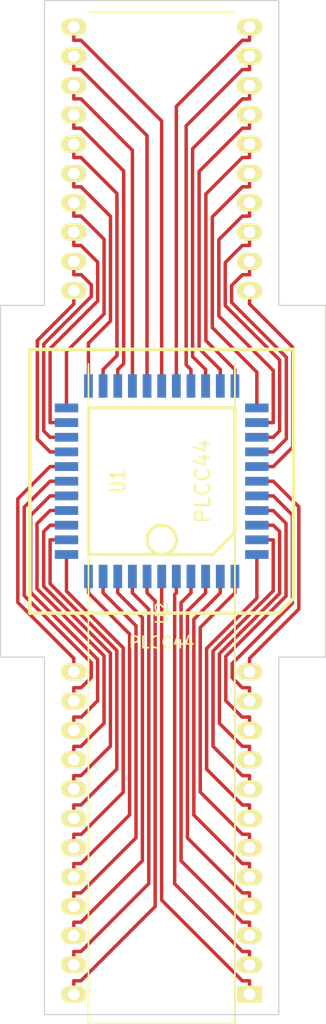
<source format=kicad_pcb>
(kicad_pcb (version 3) (host pcbnew "(2013-mar-13)-testing")

  (general
    (links 44)
    (no_connects 0)
    (area 135.839999 47.193999 164.134001 136.219001)
    (thickness 1.6)
    (drawings 12)
    (tracks 277)
    (zones 0)
    (modules 2)
    (nets 45)
  )

  (page A4)
  (layers
    (15 F.Cu signal)
    (0 B.Cu signal)
    (17 F.Adhes user hide)
    (19 F.Paste user hide)
    (21 F.SilkS user hide)
    (23 F.Mask user)
    (28 Edge.Cuts user)
  )

  (setup
    (last_trace_width 0.3)
    (trace_clearance 0.254)
    (zone_clearance 0.39878)
    (zone_45_only yes)
    (trace_min 0.254)
    (segment_width 0.2)
    (edge_width 0.1)
    (via_size 1.7)
    (via_drill 0.6)
    (via_min_size 0.889)
    (via_min_drill 0.508)
    (uvia_size 0.508)
    (uvia_drill 0.127)
    (uvias_allowed no)
    (uvia_min_size 0.508)
    (uvia_min_drill 0.127)
    (pcb_text_width 0.3)
    (pcb_text_size 1.5 1.5)
    (mod_edge_width 0.15)
    (mod_text_size 1 1)
    (mod_text_width 0.15)
    (pad_size 1.5 2.2)
    (pad_drill 1)
    (pad_to_mask_clearance 0)
    (aux_axis_origin 0 0)
    (visible_elements FFFCF619)
    (pcbplotparams
      (layerselection 268468224)
      (usegerberextensions true)
      (excludeedgelayer true)
      (linewidth 0.150000)
      (plotframeref false)
      (viasonmask false)
      (mode 1)
      (useauxorigin false)
      (hpglpennumber 1)
      (hpglpenspeed 20)
      (hpglpendiameter 15)
      (hpglpenoverlay 2)
      (psnegative false)
      (psa4output false)
      (plotreference true)
      (plotvalue true)
      (plotothertext true)
      (plotinvisibletext false)
      (padsonsilk false)
      (subtractmaskfromsilk false)
      (outputformat 1)
      (mirror false)
      (drillshape 0)
      (scaleselection 1)
      (outputdirectory PLCCDIP_out/))
  )

  (net 0 "")
  (net 1 /1)
  (net 2 /10)
  (net 3 /11)
  (net 4 /12)
  (net 5 /13)
  (net 6 /14)
  (net 7 /15)
  (net 8 /16)
  (net 9 /17)
  (net 10 /18)
  (net 11 /19)
  (net 12 /2)
  (net 13 /20)
  (net 14 /21)
  (net 15 /22)
  (net 16 /23)
  (net 17 /24)
  (net 18 /25)
  (net 19 /26)
  (net 20 /27)
  (net 21 /28)
  (net 22 /29)
  (net 23 /3)
  (net 24 /30)
  (net 25 /31)
  (net 26 /32)
  (net 27 /33)
  (net 28 /34)
  (net 29 /35)
  (net 30 /36)
  (net 31 /37)
  (net 32 /38)
  (net 33 /39)
  (net 34 /4)
  (net 35 /40)
  (net 36 /41)
  (net 37 /42)
  (net 38 /43)
  (net 39 /44)
  (net 40 /5)
  (net 41 /6)
  (net 42 /7)
  (net 43 /8)
  (net 44 /9)

  (net_class Default "This is the default net class."
    (clearance 0.254)
    (trace_width 0.3)
    (via_dia 1.7)
    (via_drill 0.6)
    (uvia_dia 0.508)
    (uvia_drill 0.127)
    (add_net "")
    (add_net /1)
    (add_net /10)
    (add_net /11)
    (add_net /12)
    (add_net /13)
    (add_net /14)
    (add_net /15)
    (add_net /16)
    (add_net /17)
    (add_net /18)
    (add_net /19)
    (add_net /2)
    (add_net /20)
    (add_net /21)
    (add_net /22)
    (add_net /23)
    (add_net /24)
    (add_net /25)
    (add_net /26)
    (add_net /27)
    (add_net /28)
    (add_net /29)
    (add_net /3)
    (add_net /30)
    (add_net /31)
    (add_net /32)
    (add_net /33)
    (add_net /34)
    (add_net /35)
    (add_net /36)
    (add_net /37)
    (add_net /38)
    (add_net /39)
    (add_net /4)
    (add_net /40)
    (add_net /41)
    (add_net /42)
    (add_net /43)
    (add_net /44)
    (add_net /5)
    (add_net /6)
    (add_net /7)
    (add_net /8)
    (add_net /9)
  )

  (module DIP44_600_2 (layer F.Cu) (tedit 525D04E4) (tstamp 525D0822)
    (at 149.86 102.87 180)
    (path /525BF3F1)
    (fp_text reference U2 (at 0 2.54 270) (layer F.SilkS)
      (effects (font (size 1 1) (thickness 0.15)))
    )
    (fp_text value PLCC44 (at 0 0 180) (layer F.SilkS)
      (effects (font (size 1 1) (thickness 0.15)))
    )
    (fp_line (start -6.35 -33.02) (end 6.35 -33.02) (layer F.SilkS) (width 0.15))
    (fp_line (start 6.35 -33.02) (end 6.35 24.13) (layer F.SilkS) (width 0.15))
    (fp_line (start 6.35 54.61) (end -6.35 54.61) (layer F.SilkS) (width 0.15))
    (fp_line (start -6.35 24.13) (end -6.35 -5.08) (layer F.SilkS) (width 0.15))
    (fp_line (start -6.35 -5.08) (end -6.35 -33.02) (layer F.SilkS) (width 0.15))
    (pad 1 thru_hole rect (at -7.62 -30.48 270) (size 1.5 2.2) (drill 1)
      (layers *.Cu *.Mask F.SilkS)
      (net 1 /1)
    )
    (pad 2 thru_hole oval (at -7.62 -27.94 270) (size 1.5 2.2) (drill 1)
      (layers *.Cu *.Mask F.SilkS)
      (net 12 /2)
    )
    (pad 3 thru_hole oval (at -7.62 -25.4 270) (size 1.5 2.2) (drill 1)
      (layers *.Cu *.Mask F.SilkS)
      (net 23 /3)
    )
    (pad 4 thru_hole oval (at -7.62 -22.86 270) (size 1.5 2.2) (drill 1)
      (layers *.Cu *.Mask F.SilkS)
      (net 34 /4)
    )
    (pad 5 thru_hole oval (at -7.62 -20.32 270) (size 1.5 2.2) (drill 1)
      (layers *.Cu *.Mask F.SilkS)
      (net 40 /5)
    )
    (pad 6 thru_hole oval (at -7.62 -17.78 270) (size 1.5 2.2) (drill 1)
      (layers *.Cu *.Mask F.SilkS)
      (net 41 /6)
    )
    (pad 7 thru_hole oval (at -7.62 -15.24 270) (size 1.5 2.2) (drill 1)
      (layers *.Cu *.Mask F.SilkS)
      (net 42 /7)
    )
    (pad 8 thru_hole oval (at -7.62 -12.7 270) (size 1.5 2.2) (drill 1)
      (layers *.Cu *.Mask F.SilkS)
      (net 43 /8)
    )
    (pad 9 thru_hole oval (at -7.62 -10.16 270) (size 1.5 2.2) (drill 1)
      (layers *.Cu *.Mask F.SilkS)
      (net 44 /9)
    )
    (pad 10 thru_hole oval (at -7.62 -7.62 270) (size 1.5 2.2) (drill 1)
      (layers *.Cu *.Mask F.SilkS)
      (net 2 /10)
    )
    (pad 11 thru_hole oval (at -7.62 -5.08 270) (size 1.5 2.2) (drill 1)
      (layers *.Cu *.Mask F.SilkS)
      (net 3 /11)
    )
    (pad 12 thru_hole oval (at -7.62 -2.54 270) (size 1.5 2.2) (drill 1)
      (layers *.Cu *.Mask F.SilkS)
      (net 4 /12)
    )
    (pad 13 thru_hole oval (at -7.62 30.48 270) (size 1.5 2.2) (drill 1)
      (layers *.Cu *.Mask F.SilkS)
      (net 5 /13)
    )
    (pad 14 thru_hole oval (at -7.62 33.02 270) (size 1.5 2.2) (drill 1)
      (layers *.Cu *.Mask F.SilkS)
      (net 6 /14)
    )
    (pad 15 thru_hole oval (at -7.62 35.56 270) (size 1.5 2.2) (drill 1)
      (layers *.Cu *.Mask F.SilkS)
      (net 7 /15)
    )
    (pad 16 thru_hole oval (at -7.62 38.1 270) (size 1.5 2.2) (drill 1)
      (layers *.Cu *.Mask F.SilkS)
      (net 8 /16)
    )
    (pad 17 thru_hole oval (at -7.62 40.64 270) (size 1.5 2.2) (drill 1)
      (layers *.Cu *.Mask F.SilkS)
      (net 9 /17)
    )
    (pad 18 thru_hole oval (at -7.62 43.18 270) (size 1.5 2.2) (drill 1)
      (layers *.Cu *.Mask F.SilkS)
      (net 10 /18)
    )
    (pad 19 thru_hole oval (at -7.62 45.72 270) (size 1.5 2.2) (drill 1)
      (layers *.Cu *.Mask F.SilkS)
      (net 11 /19)
    )
    (pad 20 thru_hole oval (at -7.62 48.26 270) (size 1.5 2.2) (drill 1)
      (layers *.Cu *.Mask F.SilkS)
      (net 13 /20)
    )
    (pad 21 thru_hole oval (at -7.62 50.8 270) (size 1.5 2.2) (drill 1)
      (layers *.Cu *.Mask F.SilkS)
      (net 14 /21)
    )
    (pad 22 thru_hole oval (at -7.62 53.34 270) (size 1.5 2.2) (drill 1)
      (layers *.Cu *.Mask F.SilkS)
      (net 15 /22)
    )
    (pad 23 thru_hole oval (at 7.62 53.34 270) (size 1.5 2.2) (drill 1)
      (layers *.Cu *.Mask F.SilkS)
      (net 16 /23)
    )
    (pad 24 thru_hole oval (at 7.62 50.8 270) (size 1.5 2.2) (drill 1)
      (layers *.Cu *.Mask F.SilkS)
      (net 17 /24)
    )
    (pad 25 thru_hole oval (at 7.62 48.26 270) (size 1.5 2.2) (drill 1)
      (layers *.Cu *.Mask F.SilkS)
      (net 18 /25)
    )
    (pad 26 thru_hole oval (at 7.62 45.72 270) (size 1.5 2.2) (drill 1)
      (layers *.Cu *.Mask F.SilkS)
      (net 19 /26)
    )
    (pad 27 thru_hole oval (at 7.62 43.18 270) (size 1.5 2.2) (drill 1)
      (layers *.Cu *.Mask F.SilkS)
      (net 20 /27)
    )
    (pad 28 thru_hole oval (at 7.62 40.64 270) (size 1.5 2.2) (drill 1)
      (layers *.Cu *.Mask F.SilkS)
      (net 21 /28)
    )
    (pad 29 thru_hole oval (at 7.62 38.1 270) (size 1.5 2.2) (drill 1)
      (layers *.Cu *.Mask F.SilkS)
      (net 22 /29)
    )
    (pad 30 thru_hole oval (at 7.62 35.56 270) (size 1.5 2.2) (drill 1)
      (layers *.Cu *.Mask F.SilkS)
      (net 24 /30)
    )
    (pad 31 thru_hole oval (at 7.62 33.02 270) (size 1.5 2.2) (drill 1)
      (layers *.Cu *.Mask F.SilkS)
      (net 25 /31)
    )
    (pad 32 thru_hole oval (at 7.62 30.48 270) (size 1.5 2.2) (drill 1)
      (layers *.Cu *.Mask F.SilkS)
      (net 26 /32)
    )
    (pad 33 thru_hole oval (at 7.62 -2.54 270) (size 1.5 2.2) (drill 1)
      (layers *.Cu *.Mask F.SilkS)
      (net 27 /33)
    )
    (pad 34 thru_hole oval (at 7.62 -5.08 270) (size 1.5 2.2) (drill 1)
      (layers *.Cu *.Mask F.SilkS)
      (net 28 /34)
    )
    (pad 35 thru_hole oval (at 7.62 -7.62 270) (size 1.5 2.2) (drill 1)
      (layers *.Cu *.Mask F.SilkS)
      (net 29 /35)
    )
    (pad 36 thru_hole oval (at 7.62 -10.16 270) (size 1.5 2.2) (drill 1)
      (layers *.Cu *.Mask F.SilkS)
      (net 30 /36)
    )
    (pad 37 thru_hole oval (at 7.62 -12.7 270) (size 1.5 2.2) (drill 1)
      (layers *.Cu *.Mask F.SilkS)
      (net 31 /37)
    )
    (pad 38 thru_hole oval (at 7.62 -15.24 270) (size 1.5 2.2) (drill 1)
      (layers *.Cu *.Mask F.SilkS)
      (net 32 /38)
    )
    (pad 39 thru_hole oval (at 7.62 -17.78 270) (size 1.5 2.2) (drill 1)
      (layers *.Cu *.Mask F.SilkS)
      (net 33 /39)
    )
    (pad 40 thru_hole oval (at 7.62 -20.32 270) (size 1.5 2.2) (drill 1)
      (layers *.Cu *.Mask F.SilkS)
      (net 35 /40)
    )
    (pad 41 thru_hole oval (at 7.62 -22.86 270) (size 1.5 2.2) (drill 1)
      (layers *.Cu *.Mask F.SilkS)
      (net 36 /41)
    )
    (pad 42 thru_hole oval (at 7.62 -25.4 270) (size 1.5 2.2) (drill 1)
      (layers *.Cu *.Mask F.SilkS)
      (net 37 /42)
    )
    (pad 43 thru_hole oval (at 7.62 -27.94 270) (size 1.5 2.2) (drill 1)
      (layers *.Cu *.Mask F.SilkS)
      (net 38 /43)
    )
    (pad 44 thru_hole oval (at 7.62 -30.48 270) (size 1.5 2.2) (drill 1)
      (layers *.Cu *.Mask F.SilkS)
      (net 39 /44)
    )
  )

  (module PLCC44MS (layer F.Cu) (tedit 3D86F8DC) (tstamp 525D09E5)
    (at 149.86 88.9 90)
    (descr "Support CMS Plcc 44 pins")
    (tags "CMS Plcc")
    (path /525BEF81)
    (attr smd)
    (fp_text reference U1 (at 0 -3.80746 90) (layer F.SilkS)
      (effects (font (size 1.27 1.016) (thickness 0.2032)))
    )
    (fp_text value PLCC44 (at 0 3.556 90) (layer F.SilkS)
      (effects (font (size 1.27 1.27) (thickness 0.2032)))
    )
    (fp_circle (center -5.08 0) (end -6.35 0) (layer F.SilkS) (width 0.3048))
    (fp_line (start -4.445 6.35) (end 6.35 6.35) (layer F.SilkS) (width 0.3048))
    (fp_line (start 6.35 -6.35) (end 6.35 6.35) (layer F.SilkS) (width 0.3048))
    (fp_line (start -6.35 -6.35) (end 6.35 -6.35) (layer F.SilkS) (width 0.3048))
    (fp_line (start -4.445 6.35) (end -6.35 4.445) (layer F.SilkS) (width 0.3048))
    (fp_line (start -6.35 4.445) (end -6.35 -6.35) (layer F.SilkS) (width 0.3048))
    (fp_line (start -11.43 10.16) (end -10.16 11.43) (layer F.SilkS) (width 0.3048))
    (fp_line (start -10.16 11.43) (end 11.43 11.43) (layer F.SilkS) (width 0.3048))
    (fp_line (start 11.43 11.43) (end 11.43 -11.43) (layer F.SilkS) (width 0.3048))
    (fp_line (start 11.43 -11.43) (end -11.43 -11.43) (layer F.SilkS) (width 0.3048))
    (fp_line (start -11.43 -11.43) (end -11.43 10.16) (layer F.SilkS) (width 0.3048))
    (pad 1 thru_hole rect (at -8.255 0 90) (size 2.032 0.762)
      (layers F.Cu F.Mask)
      (net 1 /1)
    )
    (pad 2 thru_hole rect (at -8.255 1.27 90) (size 2.032 0.762)
      (layers F.Cu F.Mask)
      (net 12 /2)
    )
    (pad 3 thru_hole rect (at -8.255 2.54 90) (size 2.032 0.762)
      (layers F.Cu F.Mask)
      (net 23 /3)
    )
    (pad 4 thru_hole rect (at -8.255 3.81 90) (size 2.032 0.762)
      (layers F.Cu F.Mask)
      (net 34 /4)
    )
    (pad 5 thru_hole rect (at -8.255 5.08 90) (size 2.032 0.762)
      (layers F.Cu F.Mask)
      (net 40 /5)
    )
    (pad 6 thru_hole rect (at -8.255 6.35 90) (size 2.032 0.762)
      (layers F.Cu F.Mask)
      (net 41 /6)
    )
    (pad 7 thru_hole rect (at -6.35 8.255 90) (size 0.762 2.032)
      (layers F.Cu F.Mask)
      (net 42 /7)
    )
    (pad 8 thru_hole rect (at -5.08 8.255 90) (size 0.762 2.032)
      (layers F.Cu F.Mask)
      (net 43 /8)
    )
    (pad 9 thru_hole rect (at -3.81 8.255 90) (size 0.762 2.032)
      (layers F.Cu F.Mask)
      (net 44 /9)
    )
    (pad 10 thru_hole rect (at -2.54 8.255 90) (size 0.762 2.032)
      (layers F.Cu F.Mask)
      (net 2 /10)
    )
    (pad 11 thru_hole rect (at -1.27 8.255 90) (size 0.762 2.032)
      (layers F.Cu F.Mask)
      (net 3 /11)
    )
    (pad 12 thru_hole rect (at 0 8.255 90) (size 0.762 2.032)
      (layers F.Cu F.Mask)
      (net 4 /12)
    )
    (pad 13 thru_hole rect (at 1.27 8.255 90) (size 0.762 2.032)
      (layers F.Cu F.Mask)
      (net 5 /13)
    )
    (pad 14 thru_hole rect (at 2.54 8.255 90) (size 0.762 2.032)
      (layers F.Cu F.Mask)
      (net 6 /14)
    )
    (pad 15 thru_hole rect (at 3.81 8.255 90) (size 0.762 2.032)
      (layers F.Cu F.Mask)
      (net 7 /15)
    )
    (pad 16 thru_hole rect (at 5.08 8.255 90) (size 0.762 2.032)
      (layers F.Cu F.Mask)
      (net 8 /16)
    )
    (pad 17 thru_hole rect (at 6.35 8.255 90) (size 0.762 2.032)
      (layers F.Cu F.Mask)
      (net 9 /17)
    )
    (pad 18 thru_hole rect (at 8.255 6.35 90) (size 2.032 0.762)
      (layers F.Cu F.Mask)
      (net 10 /18)
    )
    (pad 19 thru_hole rect (at 8.255 5.08 90) (size 2.032 0.762)
      (layers F.Cu F.Mask)
      (net 11 /19)
    )
    (pad 20 thru_hole rect (at 8.255 3.81 90) (size 2.032 0.762)
      (layers F.Cu F.Mask)
      (net 13 /20)
    )
    (pad 21 thru_hole rect (at 8.255 2.54 90) (size 2.032 0.762)
      (layers F.Cu F.Mask)
      (net 14 /21)
    )
    (pad 22 thru_hole rect (at 8.255 1.27 90) (size 2.032 0.762)
      (layers F.Cu F.Mask)
      (net 15 /22)
    )
    (pad 23 thru_hole rect (at 8.255 0 90) (size 2.032 0.762)
      (layers F.Cu F.Mask)
      (net 16 /23)
    )
    (pad 24 thru_hole rect (at 8.255 -1.27 90) (size 2.032 0.762)
      (layers F.Cu F.Mask)
      (net 17 /24)
    )
    (pad 25 thru_hole rect (at 8.255 -2.54 90) (size 2.032 0.762)
      (layers F.Cu F.Mask)
      (net 18 /25)
    )
    (pad 26 thru_hole rect (at 8.255 -3.81 90) (size 2.032 0.762)
      (layers F.Cu F.Mask)
      (net 19 /26)
    )
    (pad 27 thru_hole rect (at 8.255 -5.08 90) (size 2.032 0.762)
      (layers F.Cu F.Mask)
      (net 20 /27)
    )
    (pad 28 thru_hole rect (at 8.255 -6.35 90) (size 2.032 0.762)
      (layers F.Cu F.Mask)
      (net 21 /28)
    )
    (pad 29 thru_hole rect (at 6.35 -8.255 90) (size 0.762 2.032)
      (layers F.Cu F.Mask)
      (net 22 /29)
    )
    (pad 30 thru_hole rect (at 5.08 -8.255 90) (size 0.762 2.032)
      (layers F.Cu F.Mask)
      (net 24 /30)
    )
    (pad 31 thru_hole rect (at 3.81 -8.255 90) (size 0.762 2.032)
      (layers F.Cu F.Mask)
      (net 25 /31)
    )
    (pad 32 thru_hole rect (at 2.54 -8.255 90) (size 0.762 2.032)
      (layers F.Cu F.Mask)
      (net 26 /32)
    )
    (pad 33 thru_hole rect (at 1.27 -8.255 90) (size 0.762 2.032)
      (layers F.Cu F.Mask)
      (net 27 /33)
    )
    (pad 34 thru_hole rect (at 0 -8.255 90) (size 0.762 2.032)
      (layers F.Cu F.Mask)
      (net 28 /34)
    )
    (pad 35 thru_hole rect (at -1.27 -8.255 90) (size 0.762 2.032)
      (layers F.Cu F.Mask)
      (net 29 /35)
    )
    (pad 36 thru_hole rect (at -2.54 -8.255 90) (size 0.762 2.032)
      (layers F.Cu F.Mask)
      (net 30 /36)
    )
    (pad 37 thru_hole rect (at -3.81 -8.255 90) (size 0.762 2.032)
      (layers F.Cu F.Mask)
      (net 31 /37)
    )
    (pad 38 thru_hole rect (at -5.08 -8.255 90) (size 0.762 2.032)
      (layers F.Cu F.Mask)
      (net 32 /38)
    )
    (pad 39 thru_hole rect (at -6.35 -8.255 90) (size 0.762 2.032)
      (layers F.Cu F.Mask)
      (net 33 /39)
    )
    (pad 40 thru_hole rect (at -8.255 -6.35 90) (size 2.032 0.762)
      (layers F.Cu F.Mask)
      (net 35 /40)
    )
    (pad 41 thru_hole rect (at -8.255 -5.08 90) (size 2.032 0.762)
      (layers F.Cu F.Mask)
      (net 36 /41)
    )
    (pad 42 thru_hole rect (at -8.255 -3.81 90) (size 2.032 0.762)
      (layers F.Cu F.Mask)
      (net 37 /42)
    )
    (pad 43 thru_hole rect (at -8.255 -2.54 90) (size 2.032 0.762)
      (layers F.Cu F.Mask)
      (net 38 /43)
    )
    (pad 44 thru_hole rect (at -8.255 -1.27 90) (size 2.032 0.762)
      (layers F.Cu F.Mask)
      (net 39 /44)
    )
  )

  (gr_line (start 139.7 73.66) (end 139.7 47.244) (angle 90) (layer Edge.Cuts) (width 0.1))
  (gr_line (start 160.02 47.244) (end 160.02 73.66) (angle 90) (layer Edge.Cuts) (width 0.1))
  (gr_line (start 139.7 47.244) (end 160.02 47.244) (angle 90) (layer Edge.Cuts) (width 0.1))
  (gr_line (start 139.7 135.128) (end 139.7 104.14) (angle 90) (layer Edge.Cuts) (width 0.1))
  (gr_line (start 160.02 135.128) (end 160.02 104.14) (angle 90) (layer Edge.Cuts) (width 0.1))
  (gr_line (start 139.7 135.128) (end 160.02 135.128) (angle 90) (layer Edge.Cuts) (width 0.1))
  (gr_line (start 135.89 104.14) (end 139.7 104.14) (angle 90) (layer Edge.Cuts) (width 0.1))
  (gr_line (start 164.084 104.14) (end 160.02 104.14) (angle 90) (layer Edge.Cuts) (width 0.1))
  (gr_line (start 160.02 73.66) (end 164.084 73.66) (angle 90) (layer Edge.Cuts) (width 0.1))
  (gr_line (start 135.89 73.66) (end 139.7 73.66) (angle 90) (layer Edge.Cuts) (width 0.1))
  (gr_line (start 135.89 104.14) (end 135.89 73.66) (angle 90) (layer Edge.Cuts) (width 0.1))
  (gr_line (start 164.084 104.14) (end 164.084 73.66) (angle 90) (layer Edge.Cuts) (width 0.1))

  (segment (start 157.48 133.35) (end 157.48 132.1957) (width 0.3) (layer F.Cu) (net 1))
  (segment (start 149.86 125.2042) (end 149.86 98.5753) (width 0.3) (layer F.Cu) (net 1))
  (segment (start 156.8515 132.1957) (end 149.86 125.2042) (width 0.3) (layer F.Cu) (net 1))
  (segment (start 157.48 132.1957) (end 156.8515 132.1957) (width 0.3) (layer F.Cu) (net 1))
  (segment (start 149.86 97.155) (end 149.86 98.5753) (width 0.3) (layer F.Cu) (net 1))
  (segment (start 157.48 110.49) (end 157.48 109.3357) (width 0.3) (layer F.Cu) (net 2))
  (segment (start 158.115 91.44) (end 159.5353 91.44) (width 0.3) (layer F.Cu) (net 2))
  (segment (start 156.8307 109.3357) (end 157.48 109.3357) (width 0.3) (layer F.Cu) (net 2))
  (segment (start 155.421 107.926) (end 156.8307 109.3357) (width 0.3) (layer F.Cu) (net 2))
  (segment (start 155.421 104.0788) (end 155.421 107.926) (width 0.3) (layer F.Cu) (net 2))
  (segment (start 160.6439 98.8559) (end 155.421 104.0788) (width 0.3) (layer F.Cu) (net 2))
  (segment (start 160.6439 92.5486) (end 160.6439 98.8559) (width 0.3) (layer F.Cu) (net 2))
  (segment (start 159.5353 91.44) (end 160.6439 92.5486) (width 0.3) (layer F.Cu) (net 2))
  (segment (start 156.8509 106.7957) (end 157.48 106.7957) (width 0.3) (layer F.Cu) (net 3))
  (segment (start 155.9753 105.9201) (end 156.8509 106.7957) (width 0.3) (layer F.Cu) (net 3))
  (segment (start 155.9753 104.7) (end 155.9753 105.9201) (width 0.3) (layer F.Cu) (net 3))
  (segment (start 161.1982 99.4771) (end 155.9753 104.7) (width 0.3) (layer F.Cu) (net 3))
  (segment (start 161.1982 91.8329) (end 161.1982 99.4771) (width 0.3) (layer F.Cu) (net 3))
  (segment (start 159.5353 90.17) (end 161.1982 91.8329) (width 0.3) (layer F.Cu) (net 3))
  (segment (start 158.115 90.17) (end 159.5353 90.17) (width 0.3) (layer F.Cu) (net 3))
  (segment (start 157.48 107.95) (end 157.48 106.7957) (width 0.3) (layer F.Cu) (net 3))
  (segment (start 158.115 88.9) (end 159.5353 88.9) (width 0.3) (layer F.Cu) (net 4))
  (segment (start 157.48 105.41) (end 157.48 104.2557) (width 0.3) (layer F.Cu) (net 4))
  (segment (start 161.7525 91.1172) (end 159.5353 88.9) (width 0.3) (layer F.Cu) (net 4))
  (segment (start 161.7525 99.9832) (end 161.7525 91.1172) (width 0.3) (layer F.Cu) (net 4))
  (segment (start 157.48 104.2557) (end 161.7525 99.9832) (width 0.3) (layer F.Cu) (net 4))
  (segment (start 158.115 87.63) (end 159.5353 87.63) (width 0.3) (layer F.Cu) (net 5))
  (segment (start 157.48 72.39) (end 157.48 73.5443) (width 0.3) (layer F.Cu) (net 5))
  (segment (start 161.2258 77.2901) (end 157.48 73.5443) (width 0.3) (layer F.Cu) (net 5))
  (segment (start 161.2258 85.9395) (end 161.2258 77.2901) (width 0.3) (layer F.Cu) (net 5))
  (segment (start 159.5353 87.63) (end 161.2258 85.9395) (width 0.3) (layer F.Cu) (net 5))
  (segment (start 156.8587 71.0043) (end 157.48 71.0043) (width 0.3) (layer F.Cu) (net 6))
  (segment (start 155.9281 71.9349) (end 156.8587 71.0043) (width 0.3) (layer F.Cu) (net 6))
  (segment (start 155.9281 73.4108) (end 155.9281 71.9349) (width 0.3) (layer F.Cu) (net 6))
  (segment (start 160.6714 78.1541) (end 155.9281 73.4108) (width 0.3) (layer F.Cu) (net 6))
  (segment (start 160.6714 85.2239) (end 160.6714 78.1541) (width 0.3) (layer F.Cu) (net 6))
  (segment (start 159.5353 86.36) (end 160.6714 85.2239) (width 0.3) (layer F.Cu) (net 6))
  (segment (start 158.115 86.36) (end 159.5353 86.36) (width 0.3) (layer F.Cu) (net 6))
  (segment (start 157.48 69.85) (end 157.48 71.0043) (width 0.3) (layer F.Cu) (net 6))
  (segment (start 156.8587 68.4643) (end 157.48 68.4643) (width 0.3) (layer F.Cu) (net 7))
  (segment (start 155.3737 69.9493) (end 156.8587 68.4643) (width 0.3) (layer F.Cu) (net 7))
  (segment (start 155.3737 73.676) (end 155.3737 69.9493) (width 0.3) (layer F.Cu) (net 7))
  (segment (start 160.0897 78.392) (end 155.3737 73.676) (width 0.3) (layer F.Cu) (net 7))
  (segment (start 160.0897 84.5356) (end 160.0897 78.392) (width 0.3) (layer F.Cu) (net 7))
  (segment (start 159.5353 85.09) (end 160.0897 84.5356) (width 0.3) (layer F.Cu) (net 7))
  (segment (start 158.115 85.09) (end 159.5353 85.09) (width 0.3) (layer F.Cu) (net 7))
  (segment (start 157.48 67.31) (end 157.48 68.4643) (width 0.3) (layer F.Cu) (net 7))
  (segment (start 158.115 83.82) (end 159.5353 83.82) (width 0.3) (layer F.Cu) (net 8))
  (segment (start 157.48 64.77) (end 157.48 65.9243) (width 0.3) (layer F.Cu) (net 8))
  (segment (start 156.8587 65.9243) (end 157.48 65.9243) (width 0.3) (layer F.Cu) (net 8))
  (segment (start 154.8193 67.9637) (end 156.8587 65.9243) (width 0.3) (layer F.Cu) (net 8))
  (segment (start 154.8193 74.5795) (end 154.8193 67.9637) (width 0.3) (layer F.Cu) (net 8))
  (segment (start 159.5353 79.2955) (end 154.8193 74.5795) (width 0.3) (layer F.Cu) (net 8))
  (segment (start 159.5353 83.82) (end 159.5353 79.2955) (width 0.3) (layer F.Cu) (net 8))
  (segment (start 157.48 62.23) (end 157.48 63.3843) (width 0.3) (layer F.Cu) (net 9))
  (segment (start 156.8587 63.3843) (end 157.48 63.3843) (width 0.3) (layer F.Cu) (net 9))
  (segment (start 154.2497 65.9933) (end 156.8587 63.3843) (width 0.3) (layer F.Cu) (net 9))
  (segment (start 154.2497 75.5775) (end 154.2497 65.9933) (width 0.3) (layer F.Cu) (net 9))
  (segment (start 158.115 79.4428) (end 154.2497 75.5775) (width 0.3) (layer F.Cu) (net 9))
  (segment (start 158.115 82.55) (end 158.115 79.4428) (width 0.3) (layer F.Cu) (net 9))
  (segment (start 156.21 80.645) (end 156.21 79.2247) (width 0.3) (layer F.Cu) (net 10))
  (segment (start 157.48 59.69) (end 157.48 60.8443) (width 0.3) (layer F.Cu) (net 10))
  (segment (start 156.8587 60.8443) (end 157.48 60.8443) (width 0.3) (layer F.Cu) (net 10))
  (segment (start 153.6929 64.0101) (end 156.8587 60.8443) (width 0.3) (layer F.Cu) (net 10))
  (segment (start 153.6929 76.7076) (end 153.6929 64.0101) (width 0.3) (layer F.Cu) (net 10))
  (segment (start 156.21 79.2247) (end 153.6929 76.7076) (width 0.3) (layer F.Cu) (net 10))
  (segment (start 154.94 80.645) (end 154.94 79.2247) (width 0.3) (layer F.Cu) (net 11))
  (segment (start 157.48 57.15) (end 157.48 58.3043) (width 0.3) (layer F.Cu) (net 11))
  (segment (start 156.8587 58.3043) (end 157.48 58.3043) (width 0.3) (layer F.Cu) (net 11))
  (segment (start 153.1052 62.0578) (end 156.8587 58.3043) (width 0.3) (layer F.Cu) (net 11))
  (segment (start 153.1052 77.3899) (end 153.1052 62.0578) (width 0.3) (layer F.Cu) (net 11))
  (segment (start 154.94 79.2247) (end 153.1052 77.3899) (width 0.3) (layer F.Cu) (net 11))
  (segment (start 151.13 97.155) (end 151.13 98.5753) (width 0.3) (layer F.Cu) (net 12))
  (segment (start 157.48 130.81) (end 157.48 129.6557) (width 0.3) (layer F.Cu) (net 12))
  (segment (start 156.8587 129.6557) (end 157.48 129.6557) (width 0.3) (layer F.Cu) (net 12))
  (segment (start 150.9866 123.7836) (end 156.8587 129.6557) (width 0.3) (layer F.Cu) (net 12))
  (segment (start 150.9866 98.7187) (end 150.9866 123.7836) (width 0.3) (layer F.Cu) (net 12))
  (segment (start 151.13 98.5753) (end 150.9866 98.7187) (width 0.3) (layer F.Cu) (net 12))
  (segment (start 153.67 80.645) (end 153.67 79.2247) (width 0.3) (layer F.Cu) (net 13))
  (segment (start 157.48 54.61) (end 157.48 55.7643) (width 0.3) (layer F.Cu) (net 13))
  (segment (start 156.8587 55.7643) (end 157.48 55.7643) (width 0.3) (layer F.Cu) (net 13))
  (segment (start 152.5389 60.0841) (end 156.8587 55.7643) (width 0.3) (layer F.Cu) (net 13))
  (segment (start 152.5389 78.0936) (end 152.5389 60.0841) (width 0.3) (layer F.Cu) (net 13))
  (segment (start 153.67 79.2247) (end 152.5389 78.0936) (width 0.3) (layer F.Cu) (net 13))
  (segment (start 156.8587 53.2243) (end 157.48 53.2243) (width 0.3) (layer F.Cu) (net 14))
  (segment (start 151.9845 58.0985) (end 156.8587 53.2243) (width 0.3) (layer F.Cu) (net 14))
  (segment (start 151.9845 78.8092) (end 151.9845 58.0985) (width 0.3) (layer F.Cu) (net 14))
  (segment (start 152.4 79.2247) (end 151.9845 78.8092) (width 0.3) (layer F.Cu) (net 14))
  (segment (start 152.4 80.645) (end 152.4 79.2247) (width 0.3) (layer F.Cu) (net 14))
  (segment (start 157.48 52.07) (end 157.48 53.2243) (width 0.3) (layer F.Cu) (net 14))
  (segment (start 157.48 49.53) (end 157.48 50.6843) (width 0.3) (layer F.Cu) (net 15))
  (segment (start 151.13 56.413) (end 151.13 79.2247) (width 0.3) (layer F.Cu) (net 15))
  (segment (start 156.8587 50.6843) (end 151.13 56.413) (width 0.3) (layer F.Cu) (net 15))
  (segment (start 157.48 50.6843) (end 156.8587 50.6843) (width 0.3) (layer F.Cu) (net 15))
  (segment (start 151.13 80.645) (end 151.13 79.2247) (width 0.3) (layer F.Cu) (net 15))
  (segment (start 142.8613 50.6843) (end 142.24 50.6843) (width 0.3) (layer F.Cu) (net 16))
  (segment (start 149.86 57.683) (end 142.8613 50.6843) (width 0.3) (layer F.Cu) (net 16))
  (segment (start 149.86 80.645) (end 149.86 57.683) (width 0.3) (layer F.Cu) (net 16))
  (segment (start 142.24 49.53) (end 142.24 50.6843) (width 0.3) (layer F.Cu) (net 16))
  (segment (start 142.8613 53.2243) (end 142.24 53.2243) (width 0.3) (layer F.Cu) (net 17))
  (segment (start 148.59 58.953) (end 142.8613 53.2243) (width 0.3) (layer F.Cu) (net 17))
  (segment (start 148.59 80.645) (end 148.59 58.953) (width 0.3) (layer F.Cu) (net 17))
  (segment (start 142.24 52.07) (end 142.24 53.2243) (width 0.3) (layer F.Cu) (net 17))
  (segment (start 142.24 54.61) (end 142.24 55.7643) (width 0.3) (layer F.Cu) (net 18))
  (segment (start 147.32 80.645) (end 147.32 79.2247) (width 0.3) (layer F.Cu) (net 18))
  (segment (start 142.8613 55.7643) (end 142.24 55.7643) (width 0.3) (layer F.Cu) (net 18))
  (segment (start 147.32 60.223) (end 142.8613 55.7643) (width 0.3) (layer F.Cu) (net 18))
  (segment (start 147.32 79.2247) (end 147.32 60.223) (width 0.3) (layer F.Cu) (net 18))
  (segment (start 146.05 80.645) (end 146.05 79.2247) (width 0.3) (layer F.Cu) (net 19))
  (segment (start 142.24 57.15) (end 142.24 58.3043) (width 0.3) (layer F.Cu) (net 19))
  (segment (start 142.8613 58.3043) (end 142.24 58.3043) (width 0.3) (layer F.Cu) (net 19))
  (segment (start 146.5668 62.0098) (end 142.8613 58.3043) (width 0.3) (layer F.Cu) (net 19))
  (segment (start 146.5668 78.7079) (end 146.5668 62.0098) (width 0.3) (layer F.Cu) (net 19))
  (segment (start 146.05 79.2247) (end 146.5668 78.7079) (width 0.3) (layer F.Cu) (net 19))
  (segment (start 144.78 80.645) (end 144.78 79.2247) (width 0.3) (layer F.Cu) (net 20))
  (segment (start 142.24 59.69) (end 142.24 60.8443) (width 0.3) (layer F.Cu) (net 20))
  (segment (start 142.8613 60.8443) (end 142.24 60.8443) (width 0.3) (layer F.Cu) (net 20))
  (segment (start 145.9827 63.9657) (end 142.8613 60.8443) (width 0.3) (layer F.Cu) (net 20))
  (segment (start 145.9827 78.022) (end 145.9827 63.9657) (width 0.3) (layer F.Cu) (net 20))
  (segment (start 144.78 79.2247) (end 145.9827 78.022) (width 0.3) (layer F.Cu) (net 20))
  (segment (start 142.24 62.23) (end 142.24 63.3843) (width 0.3) (layer F.Cu) (net 21))
  (segment (start 142.8613 63.3843) (end 142.24 63.3843) (width 0.3) (layer F.Cu) (net 21))
  (segment (start 145.4208 65.9438) (end 142.8613 63.3843) (width 0.3) (layer F.Cu) (net 21))
  (segment (start 145.4208 75.0233) (end 145.4208 65.9438) (width 0.3) (layer F.Cu) (net 21))
  (segment (start 143.51 76.9341) (end 145.4208 75.0233) (width 0.3) (layer F.Cu) (net 21))
  (segment (start 143.51 80.645) (end 143.51 76.9341) (width 0.3) (layer F.Cu) (net 21))
  (segment (start 142.8613 65.9243) (end 142.24 65.9243) (width 0.3) (layer F.Cu) (net 22))
  (segment (start 144.8665 67.9295) (end 142.8613 65.9243) (width 0.3) (layer F.Cu) (net 22))
  (segment (start 144.8665 74.4019) (end 144.8665 67.9295) (width 0.3) (layer F.Cu) (net 22))
  (segment (start 141.605 77.6634) (end 144.8665 74.4019) (width 0.3) (layer F.Cu) (net 22))
  (segment (start 141.605 82.55) (end 141.605 77.6634) (width 0.3) (layer F.Cu) (net 22))
  (segment (start 142.24 64.77) (end 142.24 65.9243) (width 0.3) (layer F.Cu) (net 22))
  (segment (start 152.4 97.155) (end 152.4 98.5753) (width 0.3) (layer F.Cu) (net 23))
  (segment (start 157.48 128.27) (end 157.48 127.1157) (width 0.3) (layer F.Cu) (net 23))
  (segment (start 156.8587 127.1157) (end 157.48 127.1157) (width 0.3) (layer F.Cu) (net 23))
  (segment (start 151.5409 121.7979) (end 156.8587 127.1157) (width 0.3) (layer F.Cu) (net 23))
  (segment (start 151.5409 99.4344) (end 151.5409 121.7979) (width 0.3) (layer F.Cu) (net 23))
  (segment (start 152.4 98.5753) (end 151.5409 99.4344) (width 0.3) (layer F.Cu) (net 23))
  (segment (start 141.605 83.82) (end 140.1847 83.82) (width 0.3) (layer F.Cu) (net 24))
  (segment (start 142.24 67.31) (end 142.24 68.4643) (width 0.3) (layer F.Cu) (net 24))
  (segment (start 140.1847 77.408) (end 140.1847 83.82) (width 0.3) (layer F.Cu) (net 24))
  (segment (start 144.3122 73.2805) (end 140.1847 77.408) (width 0.3) (layer F.Cu) (net 24))
  (segment (start 144.3122 69.9152) (end 144.3122 73.2805) (width 0.3) (layer F.Cu) (net 24))
  (segment (start 142.8613 68.4643) (end 144.3122 69.9152) (width 0.3) (layer F.Cu) (net 24))
  (segment (start 142.24 68.4643) (end 142.8613 68.4643) (width 0.3) (layer F.Cu) (net 24))
  (segment (start 142.24 69.85) (end 142.24 71.0043) (width 0.3) (layer F.Cu) (net 25))
  (segment (start 141.605 85.09) (end 140.1847 85.09) (width 0.3) (layer F.Cu) (net 25))
  (segment (start 139.6304 84.5357) (end 140.1847 85.09) (width 0.3) (layer F.Cu) (net 25))
  (segment (start 139.6304 77.0194) (end 139.6304 84.5357) (width 0.3) (layer F.Cu) (net 25))
  (segment (start 143.7579 72.8919) (end 139.6304 77.0194) (width 0.3) (layer F.Cu) (net 25))
  (segment (start 143.7579 71.8729) (end 143.7579 72.8919) (width 0.3) (layer F.Cu) (net 25))
  (segment (start 142.8893 71.0043) (end 143.7579 71.8729) (width 0.3) (layer F.Cu) (net 25))
  (segment (start 142.24 71.0043) (end 142.8893 71.0043) (width 0.3) (layer F.Cu) (net 25))
  (segment (start 142.24 72.39) (end 142.24 73.5443) (width 0.3) (layer F.Cu) (net 26))
  (segment (start 141.605 86.36) (end 140.1847 86.36) (width 0.3) (layer F.Cu) (net 26))
  (segment (start 139.0761 85.2514) (end 140.1847 86.36) (width 0.3) (layer F.Cu) (net 26))
  (segment (start 139.0761 76.7082) (end 139.0761 85.2514) (width 0.3) (layer F.Cu) (net 26))
  (segment (start 142.24 73.5443) (end 139.0761 76.7082) (width 0.3) (layer F.Cu) (net 26))
  (segment (start 141.605 87.63) (end 140.1847 87.63) (width 0.3) (layer F.Cu) (net 27))
  (segment (start 142.24 105.41) (end 142.24 104.2557) (width 0.3) (layer F.Cu) (net 27))
  (segment (start 137.3856 99.4013) (end 142.24 104.2557) (width 0.3) (layer F.Cu) (net 27))
  (segment (start 137.3856 90.4291) (end 137.3856 99.4013) (width 0.3) (layer F.Cu) (net 27))
  (segment (start 140.1847 87.63) (end 137.3856 90.4291) (width 0.3) (layer F.Cu) (net 27))
  (segment (start 142.8767 106.7957) (end 142.24 106.7957) (width 0.3) (layer F.Cu) (net 28))
  (segment (start 143.7534 105.919) (end 142.8767 106.7957) (width 0.3) (layer F.Cu) (net 28))
  (segment (start 143.7534 104.6223) (end 143.7534 105.919) (width 0.3) (layer F.Cu) (net 28))
  (segment (start 137.9399 98.8088) (end 143.7534 104.6223) (width 0.3) (layer F.Cu) (net 28))
  (segment (start 137.9399 91.1448) (end 137.9399 98.8088) (width 0.3) (layer F.Cu) (net 28))
  (segment (start 140.1847 88.9) (end 137.9399 91.1448) (width 0.3) (layer F.Cu) (net 28))
  (segment (start 141.605 88.9) (end 140.1847 88.9) (width 0.3) (layer F.Cu) (net 28))
  (segment (start 142.24 107.95) (end 142.24 106.7957) (width 0.3) (layer F.Cu) (net 28))
  (segment (start 142.24 110.49) (end 142.24 109.3357) (width 0.3) (layer F.Cu) (net 29))
  (segment (start 141.605 90.17) (end 140.1847 90.17) (width 0.3) (layer F.Cu) (net 29))
  (segment (start 138.4942 91.8605) (end 140.1847 90.17) (width 0.3) (layer F.Cu) (net 29))
  (segment (start 138.4942 98.5318) (end 138.4942 91.8605) (width 0.3) (layer F.Cu) (net 29))
  (segment (start 144.3077 104.3453) (end 138.4942 98.5318) (width 0.3) (layer F.Cu) (net 29))
  (segment (start 144.3077 107.9173) (end 144.3077 104.3453) (width 0.3) (layer F.Cu) (net 29))
  (segment (start 142.8893 109.3357) (end 144.3077 107.9173) (width 0.3) (layer F.Cu) (net 29))
  (segment (start 142.24 109.3357) (end 142.8893 109.3357) (width 0.3) (layer F.Cu) (net 29))
  (segment (start 141.605 91.44) (end 140.1847 91.44) (width 0.3) (layer F.Cu) (net 30))
  (segment (start 142.24 113.03) (end 142.24 111.8757) (width 0.3) (layer F.Cu) (net 30))
  (segment (start 142.8613 111.8757) (end 142.24 111.8757) (width 0.3) (layer F.Cu) (net 30))
  (segment (start 144.862 109.875) (end 142.8613 111.8757) (width 0.3) (layer F.Cu) (net 30))
  (segment (start 144.862 104.0317) (end 144.862 109.875) (width 0.3) (layer F.Cu) (net 30))
  (segment (start 139.0485 98.2182) (end 144.862 104.0317) (width 0.3) (layer F.Cu) (net 30))
  (segment (start 139.0485 92.5762) (end 139.0485 98.2182) (width 0.3) (layer F.Cu) (net 30))
  (segment (start 140.1847 91.44) (end 139.0485 92.5762) (width 0.3) (layer F.Cu) (net 30))
  (segment (start 141.605 92.71) (end 140.1847 92.71) (width 0.3) (layer F.Cu) (net 31))
  (segment (start 142.24 115.57) (end 142.24 114.4157) (width 0.3) (layer F.Cu) (net 31))
  (segment (start 142.8613 114.4157) (end 142.24 114.4157) (width 0.3) (layer F.Cu) (net 31))
  (segment (start 145.4163 111.8607) (end 142.8613 114.4157) (width 0.3) (layer F.Cu) (net 31))
  (segment (start 145.4163 103.8022) (end 145.4163 111.8607) (width 0.3) (layer F.Cu) (net 31))
  (segment (start 139.6303 98.0162) (end 145.4163 103.8022) (width 0.3) (layer F.Cu) (net 31))
  (segment (start 139.6303 93.2644) (end 139.6303 98.0162) (width 0.3) (layer F.Cu) (net 31))
  (segment (start 140.1847 92.71) (end 139.6303 93.2644) (width 0.3) (layer F.Cu) (net 31))
  (segment (start 141.605 93.98) (end 140.1847 93.98) (width 0.3) (layer F.Cu) (net 32))
  (segment (start 142.24 118.11) (end 142.24 116.9557) (width 0.3) (layer F.Cu) (net 32))
  (segment (start 142.8613 116.9557) (end 142.24 116.9557) (width 0.3) (layer F.Cu) (net 32))
  (segment (start 145.9706 113.8464) (end 142.8613 116.9557) (width 0.3) (layer F.Cu) (net 32))
  (segment (start 145.9706 103.5727) (end 145.9706 113.8464) (width 0.3) (layer F.Cu) (net 32))
  (segment (start 140.1847 97.7868) (end 145.9706 103.5727) (width 0.3) (layer F.Cu) (net 32))
  (segment (start 140.1847 93.98) (end 140.1847 97.7868) (width 0.3) (layer F.Cu) (net 32))
  (segment (start 142.24 120.65) (end 142.24 119.4957) (width 0.3) (layer F.Cu) (net 33))
  (segment (start 142.8893 119.4957) (end 142.24 119.4957) (width 0.3) (layer F.Cu) (net 33))
  (segment (start 146.5249 115.8601) (end 142.8893 119.4957) (width 0.3) (layer F.Cu) (net 33))
  (segment (start 146.5249 103.3432) (end 146.5249 115.8601) (width 0.3) (layer F.Cu) (net 33))
  (segment (start 141.605 98.4233) (end 146.5249 103.3432) (width 0.3) (layer F.Cu) (net 33))
  (segment (start 141.605 95.25) (end 141.605 98.4233) (width 0.3) (layer F.Cu) (net 33))
  (segment (start 153.67 97.155) (end 153.67 98.5753) (width 0.3) (layer F.Cu) (net 34))
  (segment (start 157.48 125.73) (end 157.48 124.5757) (width 0.3) (layer F.Cu) (net 34))
  (segment (start 156.8588 124.5757) (end 157.48 124.5757) (width 0.3) (layer F.Cu) (net 34))
  (segment (start 152.0952 119.8121) (end 156.8588 124.5757) (width 0.3) (layer F.Cu) (net 34))
  (segment (start 152.0952 100.1501) (end 152.0952 119.8121) (width 0.3) (layer F.Cu) (net 34))
  (segment (start 153.67 98.5753) (end 152.0952 100.1501) (width 0.3) (layer F.Cu) (net 34))
  (segment (start 143.51 97.155) (end 143.51 98.5753) (width 0.3) (layer F.Cu) (net 35))
  (segment (start 142.24 123.19) (end 142.24 122.0357) (width 0.3) (layer F.Cu) (net 35))
  (segment (start 142.8613 122.0357) (end 142.24 122.0357) (width 0.3) (layer F.Cu) (net 35))
  (segment (start 147.0792 117.8178) (end 142.8613 122.0357) (width 0.3) (layer F.Cu) (net 35))
  (segment (start 147.0792 102.1445) (end 147.0792 117.8178) (width 0.3) (layer F.Cu) (net 35))
  (segment (start 143.51 98.5753) (end 147.0792 102.1445) (width 0.3) (layer F.Cu) (net 35))
  (segment (start 144.78 97.155) (end 144.78 98.5753) (width 0.3) (layer F.Cu) (net 36))
  (segment (start 142.24 125.73) (end 142.24 124.5757) (width 0.3) (layer F.Cu) (net 36))
  (segment (start 142.8613 124.5757) (end 142.24 124.5757) (width 0.3) (layer F.Cu) (net 36))
  (segment (start 147.6336 119.8034) (end 142.8613 124.5757) (width 0.3) (layer F.Cu) (net 36))
  (segment (start 147.6336 101.4289) (end 147.6336 119.8034) (width 0.3) (layer F.Cu) (net 36))
  (segment (start 144.78 98.5753) (end 147.6336 101.4289) (width 0.3) (layer F.Cu) (net 36))
  (segment (start 146.05 97.155) (end 146.05 98.5753) (width 0.3) (layer F.Cu) (net 37))
  (segment (start 142.24 128.27) (end 142.24 127.1157) (width 0.3) (layer F.Cu) (net 37))
  (segment (start 142.8613 127.1157) (end 142.24 127.1157) (width 0.3) (layer F.Cu) (net 37))
  (segment (start 148.188 121.789) (end 142.8613 127.1157) (width 0.3) (layer F.Cu) (net 37))
  (segment (start 148.188 100.7133) (end 148.188 121.789) (width 0.3) (layer F.Cu) (net 37))
  (segment (start 146.05 98.5753) (end 148.188 100.7133) (width 0.3) (layer F.Cu) (net 37))
  (segment (start 147.32 97.155) (end 147.32 98.5753) (width 0.3) (layer F.Cu) (net 38))
  (segment (start 142.24 130.81) (end 142.24 129.6557) (width 0.3) (layer F.Cu) (net 38))
  (segment (start 142.8613 129.6557) (end 142.24 129.6557) (width 0.3) (layer F.Cu) (net 38))
  (segment (start 148.7424 123.7746) (end 142.8613 129.6557) (width 0.3) (layer F.Cu) (net 38))
  (segment (start 148.7424 99.9977) (end 148.7424 123.7746) (width 0.3) (layer F.Cu) (net 38))
  (segment (start 147.32 98.5753) (end 148.7424 99.9977) (width 0.3) (layer F.Cu) (net 38))
  (segment (start 142.8613 132.1957) (end 142.24 132.1957) (width 0.3) (layer F.Cu) (net 39))
  (segment (start 149.2968 125.7602) (end 142.8613 132.1957) (width 0.3) (layer F.Cu) (net 39))
  (segment (start 149.2968 99.2821) (end 149.2968 125.7602) (width 0.3) (layer F.Cu) (net 39))
  (segment (start 148.59 98.5753) (end 149.2968 99.2821) (width 0.3) (layer F.Cu) (net 39))
  (segment (start 148.59 97.155) (end 148.59 98.5753) (width 0.3) (layer F.Cu) (net 39))
  (segment (start 142.24 133.35) (end 142.24 132.1957) (width 0.3) (layer F.Cu) (net 39))
  (segment (start 154.94 97.155) (end 154.94 98.5753) (width 0.3) (layer F.Cu) (net 40))
  (segment (start 157.48 123.19) (end 157.48 122.0357) (width 0.3) (layer F.Cu) (net 40))
  (segment (start 156.8587 122.0357) (end 157.48 122.0357) (width 0.3) (layer F.Cu) (net 40))
  (segment (start 152.6495 117.8265) (end 156.8587 122.0357) (width 0.3) (layer F.Cu) (net 40))
  (segment (start 152.6495 100.8658) (end 152.6495 117.8265) (width 0.3) (layer F.Cu) (net 40))
  (segment (start 154.94 98.5753) (end 152.6495 100.8658) (width 0.3) (layer F.Cu) (net 40))
  (segment (start 157.48 120.65) (end 157.48 119.4957) (width 0.3) (layer F.Cu) (net 41))
  (segment (start 156.21 97.155) (end 156.21 98.5753) (width 0.3) (layer F.Cu) (net 41))
  (segment (start 156.8588 119.4957) (end 157.48 119.4957) (width 0.3) (layer F.Cu) (net 41))
  (segment (start 153.2038 115.8407) (end 156.8588 119.4957) (width 0.3) (layer F.Cu) (net 41))
  (segment (start 153.2038 101.5815) (end 153.2038 115.8407) (width 0.3) (layer F.Cu) (net 41))
  (segment (start 156.21 98.5753) (end 153.2038 101.5815) (width 0.3) (layer F.Cu) (net 41))
  (segment (start 157.48 118.11) (end 157.48 116.9557) (width 0.3) (layer F.Cu) (net 42))
  (segment (start 156.8588 116.9557) (end 157.48 116.9557) (width 0.3) (layer F.Cu) (net 42))
  (segment (start 153.7581 113.855) (end 156.8588 116.9557) (width 0.3) (layer F.Cu) (net 42))
  (segment (start 153.7581 103.3903) (end 153.7581 113.855) (width 0.3) (layer F.Cu) (net 42))
  (segment (start 158.115 99.0334) (end 153.7581 103.3903) (width 0.3) (layer F.Cu) (net 42))
  (segment (start 158.115 95.25) (end 158.115 99.0334) (width 0.3) (layer F.Cu) (net 42))
  (segment (start 158.115 93.98) (end 159.5353 93.98) (width 0.3) (layer F.Cu) (net 43))
  (segment (start 157.48 115.57) (end 157.48 114.4157) (width 0.3) (layer F.Cu) (net 43))
  (segment (start 156.8588 114.4157) (end 157.48 114.4157) (width 0.3) (layer F.Cu) (net 43))
  (segment (start 154.3124 111.8693) (end 156.8588 114.4157) (width 0.3) (layer F.Cu) (net 43))
  (segment (start 154.3124 103.6198) (end 154.3124 111.8693) (width 0.3) (layer F.Cu) (net 43))
  (segment (start 159.5353 98.3969) (end 154.3124 103.6198) (width 0.3) (layer F.Cu) (net 43))
  (segment (start 159.5353 93.98) (end 159.5353 98.3969) (width 0.3) (layer F.Cu) (net 43))
  (segment (start 158.115 92.71) (end 159.5353 92.71) (width 0.3) (layer F.Cu) (net 44))
  (segment (start 157.48 113.03) (end 157.48 111.8757) (width 0.3) (layer F.Cu) (net 44))
  (segment (start 156.8588 111.8757) (end 157.48 111.8757) (width 0.3) (layer F.Cu) (net 44))
  (segment (start 154.8667 109.8836) (end 156.8588 111.8757) (width 0.3) (layer F.Cu) (net 44))
  (segment (start 154.8667 103.8493) (end 154.8667 109.8836) (width 0.3) (layer F.Cu) (net 44))
  (segment (start 160.0896 98.6264) (end 154.8667 103.8493) (width 0.3) (layer F.Cu) (net 44))
  (segment (start 160.0896 93.2643) (end 160.0896 98.6264) (width 0.3) (layer F.Cu) (net 44))
  (segment (start 159.5353 92.71) (end 160.0896 93.2643) (width 0.3) (layer F.Cu) (net 44))

  (zone (net 0) (net_name "") (layer F.Cu) (tstamp 525C1718) (hatch full 0.508)
    (connect_pads (clearance 0.39878))
    (min_thickness 0.254)
    (keepout (tracks not_allowed) (vias not_allowed) (copperpour allowed))
    (fill (arc_segments 16) (thermal_gap 0.508) (thermal_bridge_width 0.508))
    (polygon
      (pts
        (xy 143.002 82.042) (xy 156.718 82.042) (xy 156.718 95.758) (xy 143.002 95.758)
      )
    )
  )
)

</source>
